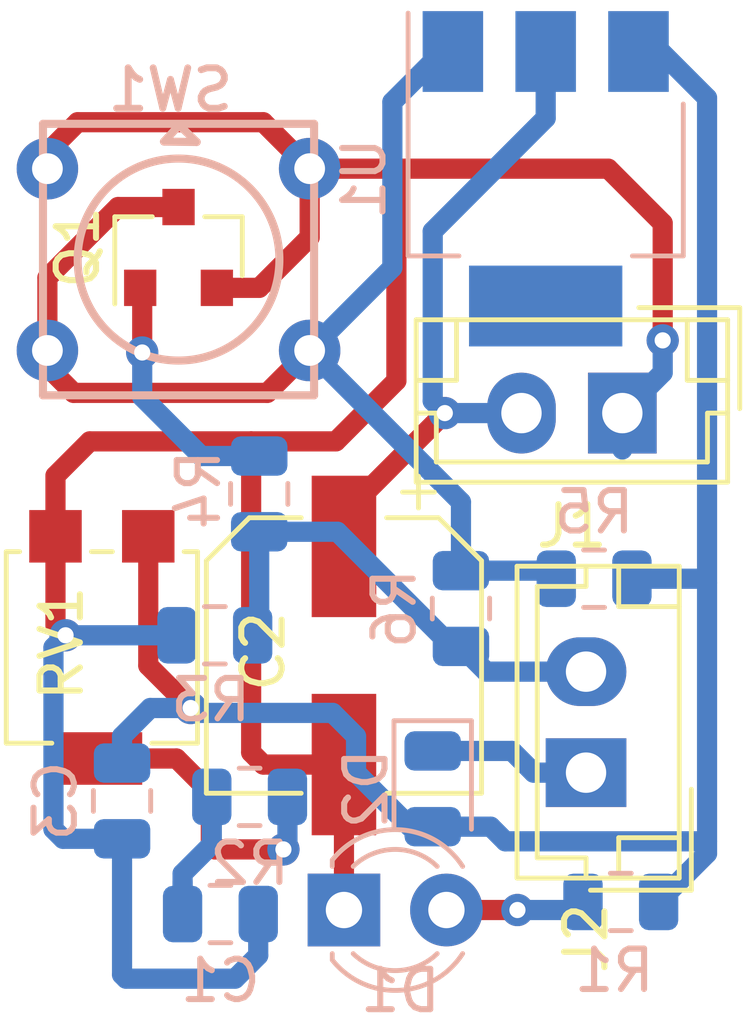
<source format=kicad_pcb>
(kicad_pcb (version 20171130) (host pcbnew "(5.0.0)")

  (general
    (thickness 1.6)
    (drawings 4)
    (tracks 126)
    (zones 0)
    (modules 17)
    (nets 11)
  )

  (page A4)
  (layers
    (0 F.Cu signal)
    (31 B.Cu signal)
    (32 B.Adhes user hide)
    (33 F.Adhes user hide)
    (34 B.Paste user hide)
    (35 F.Paste user hide)
    (36 B.SilkS user)
    (37 F.SilkS user hide)
    (38 B.Mask user hide)
    (39 F.Mask user hide)
    (40 Dwgs.User user hide)
    (41 Cmts.User user hide)
    (42 Eco1.User user hide)
    (43 Eco2.User user hide)
    (44 Edge.Cuts user hide)
    (45 Margin user hide)
    (46 B.CrtYd user hide)
    (47 F.CrtYd user hide)
    (48 B.Fab user hide)
    (49 F.Fab user hide)
  )

  (setup
    (last_trace_width 0.5)
    (trace_clearance 0.2)
    (zone_clearance 0.508)
    (zone_45_only no)
    (trace_min 0.2)
    (segment_width 0.2)
    (edge_width 0.15)
    (via_size 0.8)
    (via_drill 0.4)
    (via_min_size 0.4)
    (via_min_drill 0.3)
    (uvia_size 0.3)
    (uvia_drill 0.1)
    (uvias_allowed no)
    (uvia_min_size 0.2)
    (uvia_min_drill 0.1)
    (pcb_text_width 0.3)
    (pcb_text_size 1.5 1.5)
    (mod_edge_width 0.15)
    (mod_text_size 1 1)
    (mod_text_width 0.15)
    (pad_size 1.524 1.524)
    (pad_drill 0.762)
    (pad_to_mask_clearance 0.2)
    (aux_axis_origin 0 0)
    (visible_elements 7FFFFFFF)
    (pcbplotparams
      (layerselection 0x010fc_ffffffff)
      (usegerberextensions false)
      (usegerberattributes false)
      (usegerberadvancedattributes false)
      (creategerberjobfile false)
      (excludeedgelayer true)
      (linewidth 0.100000)
      (plotframeref false)
      (viasonmask false)
      (mode 1)
      (useauxorigin false)
      (hpglpennumber 1)
      (hpglpenspeed 20)
      (hpglpendiameter 15.000000)
      (psnegative false)
      (psa4output false)
      (plotreference true)
      (plotvalue true)
      (plotinvisibletext false)
      (padsonsilk false)
      (subtractmaskfromsilk false)
      (outputformat 1)
      (mirror false)
      (drillshape 1)
      (scaleselection 1)
      (outputdirectory ""))
  )

  (net 0 "")
  (net 1 "Net-(C1-Pad1)")
  (net 2 GND)
  (net 3 "Net-(C2-Pad1)")
  (net 4 "Net-(C3-Pad1)")
  (net 5 "Net-(D1-Pad2)")
  (net 6 "Net-(D2-Pad1)")
  (net 7 "Net-(J2-Pad2)")
  (net 8 "Net-(Q1-Pad1)")
  (net 9 "Net-(Q1-Pad3)")
  (net 10 "Net-(R2-Pad2)")

  (net_class Default "Esta es la clase de red por defecto."
    (clearance 0.2)
    (trace_width 0.5)
    (via_dia 0.8)
    (via_drill 0.4)
    (uvia_dia 0.3)
    (uvia_drill 0.1)
    (add_net GND)
    (add_net "Net-(C1-Pad1)")
    (add_net "Net-(C2-Pad1)")
    (add_net "Net-(C3-Pad1)")
    (add_net "Net-(D1-Pad2)")
    (add_net "Net-(D2-Pad1)")
    (add_net "Net-(J2-Pad2)")
    (add_net "Net-(Q1-Pad1)")
    (add_net "Net-(Q1-Pad3)")
    (add_net "Net-(R2-Pad2)")
  )

  (module Potentiometer_SMD:Potentiometer_Bourns_3314G_Vertical (layer F.Cu) (tedit 5A81E1D7) (tstamp 5BCD3D2F)
    (at 112.6 108.7)
    (descr "Potentiometer, vertical, Bourns 3314G, http://www.bourns.com/docs/Product-Datasheets/3314.pdf")
    (tags "Potentiometer vertical Bourns 3314G")
    (path /5BB536BE)
    (attr smd)
    (fp_text reference RV1 (at -1 -0.1 90) (layer F.SilkS)
      (effects (font (size 1 1) (thickness 0.15)))
    )
    (fp_text value R_POT (at 0 4.65) (layer F.Fab)
      (effects (font (size 1 1) (thickness 0.15)))
    )
    (fp_circle (center 0 0) (end 1 0) (layer F.Fab) (width 0.1))
    (fp_line (start -2.25 -2.25) (end -2.25 2.25) (layer F.Fab) (width 0.1))
    (fp_line (start -2.25 2.25) (end 2.25 2.25) (layer F.Fab) (width 0.1))
    (fp_line (start 2.25 2.25) (end 2.25 -2.25) (layer F.Fab) (width 0.1))
    (fp_line (start 2.25 -2.25) (end -2.25 -2.25) (layer F.Fab) (width 0.1))
    (fp_line (start 0 0.99) (end 0.001 -0.989) (layer F.Fab) (width 0.1))
    (fp_line (start 0 0.99) (end 0.001 -0.989) (layer F.Fab) (width 0.1))
    (fp_line (start 2.04 -2.37) (end 2.37 -2.37) (layer F.SilkS) (width 0.12))
    (fp_line (start -2.37 -2.37) (end -2.039 -2.37) (layer F.SilkS) (width 0.12))
    (fp_line (start -0.259 -2.37) (end 0.26 -2.37) (layer F.SilkS) (width 0.12))
    (fp_line (start -2.37 2.37) (end -1.24 2.37) (layer F.SilkS) (width 0.12))
    (fp_line (start 1.24 2.37) (end 2.37 2.37) (layer F.SilkS) (width 0.12))
    (fp_line (start -2.37 -2.37) (end -2.37 2.37) (layer F.SilkS) (width 0.12))
    (fp_line (start 2.37 -2.37) (end 2.37 2.37) (layer F.SilkS) (width 0.12))
    (fp_line (start -2.5 -3.65) (end -2.5 3.65) (layer F.CrtYd) (width 0.05))
    (fp_line (start -2.5 3.65) (end 2.5 3.65) (layer F.CrtYd) (width 0.05))
    (fp_line (start 2.5 3.65) (end 2.5 -3.65) (layer F.CrtYd) (width 0.05))
    (fp_line (start 2.5 -3.65) (end -2.5 -3.65) (layer F.CrtYd) (width 0.05))
    (fp_text user %R (at 0 -1.7) (layer F.Fab)
      (effects (font (size 0.63 0.63) (thickness 0.15)))
    )
    (pad 1 smd rect (at 1.15 -2.75) (size 1.3 1.3) (layers F.Cu F.Paste F.Mask)
      (net 4 "Net-(C3-Pad1)"))
    (pad 2 smd rect (at 0 2.75) (size 2 1.3) (layers F.Cu F.Paste F.Mask)
      (net 10 "Net-(R2-Pad2)"))
    (pad 3 smd rect (at -1.15 -2.75) (size 1.3 1.3) (layers F.Cu F.Paste F.Mask)
      (net 2 GND))
    (model ${KISYS3DMOD}/Potentiometer_SMD.3dshapes/Potentiometer_Bourns_3314G_Vertical.wrl
      (at (xyz 0 0 0))
      (scale (xyz 1 1 1))
      (rotate (xyz 0 0 0))
    )
  )

  (module Capacitor_SMD:CP_Elec_6.3x7.7 (layer F.Cu) (tedit 5A841F9D) (tstamp 5BCD3C1B)
    (at 118.6 108.9 270)
    (descr "SMT capacitor, aluminium electrolytic, 6.3x7.7, Nichicon ")
    (tags "Capacitor Electrolytic")
    (path /5BB5248D)
    (attr smd)
    (fp_text reference C2 (at -0.1 2 270) (layer F.SilkS)
      (effects (font (size 1 1) (thickness 0.15)))
    )
    (fp_text value CP (at 0 4.35 270) (layer F.Fab)
      (effects (font (size 1 1) (thickness 0.15)))
    )
    (fp_circle (center 0 0) (end 3.15 0) (layer F.Fab) (width 0.1))
    (fp_line (start 3.3 -3.3) (end 3.3 3.3) (layer F.Fab) (width 0.1))
    (fp_line (start -2.3 -3.3) (end 3.3 -3.3) (layer F.Fab) (width 0.1))
    (fp_line (start -2.3 3.3) (end 3.3 3.3) (layer F.Fab) (width 0.1))
    (fp_line (start -3.3 -2.3) (end -3.3 2.3) (layer F.Fab) (width 0.1))
    (fp_line (start -3.3 -2.3) (end -2.3 -3.3) (layer F.Fab) (width 0.1))
    (fp_line (start -3.3 2.3) (end -2.3 3.3) (layer F.Fab) (width 0.1))
    (fp_line (start -2.704838 -1.33) (end -2.074838 -1.33) (layer F.Fab) (width 0.1))
    (fp_line (start -2.389838 -1.645) (end -2.389838 -1.015) (layer F.Fab) (width 0.1))
    (fp_line (start 3.41 3.41) (end 3.41 1.06) (layer F.SilkS) (width 0.12))
    (fp_line (start 3.41 -3.41) (end 3.41 -1.06) (layer F.SilkS) (width 0.12))
    (fp_line (start -2.345563 -3.41) (end 3.41 -3.41) (layer F.SilkS) (width 0.12))
    (fp_line (start -2.345563 3.41) (end 3.41 3.41) (layer F.SilkS) (width 0.12))
    (fp_line (start -3.41 2.345563) (end -3.41 1.06) (layer F.SilkS) (width 0.12))
    (fp_line (start -3.41 -2.345563) (end -3.41 -1.06) (layer F.SilkS) (width 0.12))
    (fp_line (start -3.41 -2.345563) (end -2.345563 -3.41) (layer F.SilkS) (width 0.12))
    (fp_line (start -3.41 2.345563) (end -2.345563 3.41) (layer F.SilkS) (width 0.12))
    (fp_line (start -4.4375 -1.8475) (end -3.65 -1.8475) (layer F.SilkS) (width 0.12))
    (fp_line (start -4.04375 -2.24125) (end -4.04375 -1.45375) (layer F.SilkS) (width 0.12))
    (fp_line (start 3.55 -3.55) (end 3.55 -1.05) (layer F.CrtYd) (width 0.05))
    (fp_line (start 3.55 -1.05) (end 4.7 -1.05) (layer F.CrtYd) (width 0.05))
    (fp_line (start 4.7 -1.05) (end 4.7 1.05) (layer F.CrtYd) (width 0.05))
    (fp_line (start 4.7 1.05) (end 3.55 1.05) (layer F.CrtYd) (width 0.05))
    (fp_line (start 3.55 1.05) (end 3.55 3.55) (layer F.CrtYd) (width 0.05))
    (fp_line (start -2.4 3.55) (end 3.55 3.55) (layer F.CrtYd) (width 0.05))
    (fp_line (start -2.4 -3.55) (end 3.55 -3.55) (layer F.CrtYd) (width 0.05))
    (fp_line (start -3.55 2.4) (end -2.4 3.55) (layer F.CrtYd) (width 0.05))
    (fp_line (start -3.55 -2.4) (end -2.4 -3.55) (layer F.CrtYd) (width 0.05))
    (fp_line (start -3.55 -2.4) (end -3.55 -1.05) (layer F.CrtYd) (width 0.05))
    (fp_line (start -3.55 1.05) (end -3.55 2.4) (layer F.CrtYd) (width 0.05))
    (fp_line (start -3.55 -1.05) (end -4.7 -1.05) (layer F.CrtYd) (width 0.05))
    (fp_line (start -4.7 -1.05) (end -4.7 1.05) (layer F.CrtYd) (width 0.05))
    (fp_line (start -4.7 1.05) (end -3.55 1.05) (layer F.CrtYd) (width 0.05))
    (fp_text user %R (at 0 0 270) (layer F.Fab)
      (effects (font (size 1 1) (thickness 0.15)))
    )
    (pad 1 smd rect (at -2.7 0 270) (size 3.5 1.6) (layers F.Cu F.Paste F.Mask)
      (net 3 "Net-(C2-Pad1)"))
    (pad 2 smd rect (at 2.7 0 270) (size 3.5 1.6) (layers F.Cu F.Paste F.Mask)
      (net 2 GND))
    (model ${KISYS3DMOD}/Capacitor_SMD.3dshapes/CP_Elec_6.3x7.7.wrl
      (at (xyz 0 0 0))
      (scale (xyz 1 1 1))
      (rotate (xyz 0 0 0))
    )
  )

  (module Connector_JST:JST_EH_B02B-EH-A_1x02_P2.50mm_Vertical (layer F.Cu) (tedit 5A0EB040) (tstamp 5BCD5984)
    (at 125.5 102.9 180)
    (descr "JST EH series connector, B02B-EH-A (http://www.jst-mfg.com/product/pdf/eng/eEH.pdf), generated with kicad-footprint-generator")
    (tags "connector JST EH side entry")
    (path /5BB57F94)
    (fp_text reference J1 (at 1.25 -2.8 180) (layer F.SilkS)
      (effects (font (size 1 1) (thickness 0.15)))
    )
    (fp_text value Conn_01x02_Female (at -1.2 3.9 180) (layer F.Fab)
      (effects (font (size 1 1) (thickness 0.15)))
    )
    (fp_text user %R (at 1.25 1.5 180) (layer F.Fab)
      (effects (font (size 1 1) (thickness 0.15)))
    )
    (fp_line (start -2.91 2.61) (end -0.41 2.61) (layer F.Fab) (width 0.1))
    (fp_line (start -2.91 0.11) (end -2.91 2.61) (layer F.Fab) (width 0.1))
    (fp_line (start -2.91 2.61) (end -0.41 2.61) (layer F.SilkS) (width 0.12))
    (fp_line (start -2.91 0.11) (end -2.91 2.61) (layer F.SilkS) (width 0.12))
    (fp_line (start 4.11 0.81) (end 4.11 2.31) (layer F.SilkS) (width 0.12))
    (fp_line (start 5.11 0.81) (end 4.11 0.81) (layer F.SilkS) (width 0.12))
    (fp_line (start -1.61 0.81) (end -1.61 2.31) (layer F.SilkS) (width 0.12))
    (fp_line (start -2.61 0.81) (end -1.61 0.81) (layer F.SilkS) (width 0.12))
    (fp_line (start 4.61 0) (end 5.11 0) (layer F.SilkS) (width 0.12))
    (fp_line (start 4.61 -1.21) (end 4.61 0) (layer F.SilkS) (width 0.12))
    (fp_line (start -2.11 -1.21) (end 4.61 -1.21) (layer F.SilkS) (width 0.12))
    (fp_line (start -2.11 0) (end -2.11 -1.21) (layer F.SilkS) (width 0.12))
    (fp_line (start -2.61 0) (end -2.11 0) (layer F.SilkS) (width 0.12))
    (fp_line (start 5.11 -1.71) (end -2.61 -1.71) (layer F.SilkS) (width 0.12))
    (fp_line (start 5.11 2.31) (end 5.11 -1.71) (layer F.SilkS) (width 0.12))
    (fp_line (start -2.61 2.31) (end 5.11 2.31) (layer F.SilkS) (width 0.12))
    (fp_line (start -2.61 -1.71) (end -2.61 2.31) (layer F.SilkS) (width 0.12))
    (fp_line (start 5.5 -2.1) (end -3 -2.1) (layer F.CrtYd) (width 0.05))
    (fp_line (start 5.5 2.7) (end 5.5 -2.1) (layer F.CrtYd) (width 0.05))
    (fp_line (start -3 2.7) (end 5.5 2.7) (layer F.CrtYd) (width 0.05))
    (fp_line (start -3 -2.1) (end -3 2.7) (layer F.CrtYd) (width 0.05))
    (fp_line (start 5 -1.6) (end -2.5 -1.6) (layer F.Fab) (width 0.1))
    (fp_line (start 5 2.2) (end 5 -1.6) (layer F.Fab) (width 0.1))
    (fp_line (start -2.5 2.2) (end 5 2.2) (layer F.Fab) (width 0.1))
    (fp_line (start -2.5 -1.6) (end -2.5 2.2) (layer F.Fab) (width 0.1))
    (pad 2 thru_hole oval (at 2.5 0 180) (size 1.7 2) (drill 1) (layers *.Cu *.Mask)
      (net 3 "Net-(C2-Pad1)"))
    (pad 1 thru_hole rect (at 0 0 180) (size 1.7 2) (drill 1) (layers *.Cu *.Mask)
      (net 2 GND))
    (model ${KISYS3DMOD}/Connector_JST.3dshapes/JST_EH_B02B-EH-A_1x02_P2.50mm_Vertical.wrl
      (at (xyz 0 0 0))
      (scale (xyz 1 1 1))
      (rotate (xyz 0 0 0))
    )
  )

  (module Connector_JST:JST_EH_B02B-EH-A_1x02_P2.50mm_Vertical (layer F.Cu) (tedit 5A0EB040) (tstamp 5BCD5965)
    (at 124.6 111.8 90)
    (descr "JST EH series connector, B02B-EH-A (http://www.jst-mfg.com/product/pdf/eng/eEH.pdf), generated with kicad-footprint-generator")
    (tags "connector JST EH side entry")
    (path /5BB57E9F)
    (fp_text reference J2 (at -4.1 0 90) (layer F.SilkS)
      (effects (font (size 1 1) (thickness 0.15)))
    )
    (fp_text value Conn_01x02_Female (at 1.25 3.4 90) (layer F.Fab)
      (effects (font (size 1 1) (thickness 0.15)))
    )
    (fp_line (start -2.5 -1.6) (end -2.5 2.2) (layer F.Fab) (width 0.1))
    (fp_line (start -2.5 2.2) (end 5 2.2) (layer F.Fab) (width 0.1))
    (fp_line (start 5 2.2) (end 5 -1.6) (layer F.Fab) (width 0.1))
    (fp_line (start 5 -1.6) (end -2.5 -1.6) (layer F.Fab) (width 0.1))
    (fp_line (start -3 -2.1) (end -3 2.7) (layer F.CrtYd) (width 0.05))
    (fp_line (start -3 2.7) (end 5.5 2.7) (layer F.CrtYd) (width 0.05))
    (fp_line (start 5.5 2.7) (end 5.5 -2.1) (layer F.CrtYd) (width 0.05))
    (fp_line (start 5.5 -2.1) (end -3 -2.1) (layer F.CrtYd) (width 0.05))
    (fp_line (start -2.61 -1.71) (end -2.61 2.31) (layer F.SilkS) (width 0.12))
    (fp_line (start -2.61 2.31) (end 5.11 2.31) (layer F.SilkS) (width 0.12))
    (fp_line (start 5.11 2.31) (end 5.11 -1.71) (layer F.SilkS) (width 0.12))
    (fp_line (start 5.11 -1.71) (end -2.61 -1.71) (layer F.SilkS) (width 0.12))
    (fp_line (start -2.61 0) (end -2.11 0) (layer F.SilkS) (width 0.12))
    (fp_line (start -2.11 0) (end -2.11 -1.21) (layer F.SilkS) (width 0.12))
    (fp_line (start -2.11 -1.21) (end 4.61 -1.21) (layer F.SilkS) (width 0.12))
    (fp_line (start 4.61 -1.21) (end 4.61 0) (layer F.SilkS) (width 0.12))
    (fp_line (start 4.61 0) (end 5.11 0) (layer F.SilkS) (width 0.12))
    (fp_line (start -2.61 0.81) (end -1.61 0.81) (layer F.SilkS) (width 0.12))
    (fp_line (start -1.61 0.81) (end -1.61 2.31) (layer F.SilkS) (width 0.12))
    (fp_line (start 5.11 0.81) (end 4.11 0.81) (layer F.SilkS) (width 0.12))
    (fp_line (start 4.11 0.81) (end 4.11 2.31) (layer F.SilkS) (width 0.12))
    (fp_line (start -2.91 0.11) (end -2.91 2.61) (layer F.SilkS) (width 0.12))
    (fp_line (start -2.91 2.61) (end -0.41 2.61) (layer F.SilkS) (width 0.12))
    (fp_line (start -2.91 0.11) (end -2.91 2.61) (layer F.Fab) (width 0.1))
    (fp_line (start -2.91 2.61) (end -0.41 2.61) (layer F.Fab) (width 0.1))
    (fp_text user %R (at 1.5 1.3 90) (layer F.Fab)
      (effects (font (size 1 1) (thickness 0.15)))
    )
    (pad 1 thru_hole rect (at 0 0 90) (size 1.7 2) (drill 1) (layers *.Cu *.Mask)
      (net 6 "Net-(D2-Pad1)"))
    (pad 2 thru_hole oval (at 2.5 0 90) (size 1.7 2) (drill 1) (layers *.Cu *.Mask)
      (net 7 "Net-(J2-Pad2)"))
    (model ${KISYS3DMOD}/Connector_JST.3dshapes/JST_EH_B02B-EH-A_1x02_P2.50mm_Vertical.wrl
      (at (xyz 0 0 0))
      (scale (xyz 1 1 1))
      (rotate (xyz 0 0 0))
    )
  )

  (module Capacitor_SMD:C_0805_2012Metric (layer B.Cu) (tedit 5B36C52B) (tstamp 5BCD3BF3)
    (at 115.538 115.3)
    (descr "Capacitor SMD 0805 (2012 Metric), square (rectangular) end terminal, IPC_7351 nominal, (Body size source: https://docs.google.com/spreadsheets/d/1BsfQQcO9C6DZCsRaXUlFlo91Tg2WpOkGARC1WS5S8t0/edit?usp=sharing), generated with kicad-footprint-generator")
    (tags capacitor)
    (path /5BB50EC4)
    (attr smd)
    (fp_text reference C1 (at 0 1.65) (layer B.SilkS)
      (effects (font (size 1 1) (thickness 0.15)) (justify mirror))
    )
    (fp_text value C (at 0 -1.65) (layer B.Fab)
      (effects (font (size 1 1) (thickness 0.15)) (justify mirror))
    )
    (fp_line (start -1 -0.6) (end -1 0.6) (layer B.Fab) (width 0.1))
    (fp_line (start -1 0.6) (end 1 0.6) (layer B.Fab) (width 0.1))
    (fp_line (start 1 0.6) (end 1 -0.6) (layer B.Fab) (width 0.1))
    (fp_line (start 1 -0.6) (end -1 -0.6) (layer B.Fab) (width 0.1))
    (fp_line (start -0.258578 0.71) (end 0.258578 0.71) (layer B.SilkS) (width 0.12))
    (fp_line (start -0.258578 -0.71) (end 0.258578 -0.71) (layer B.SilkS) (width 0.12))
    (fp_line (start -1.68 -0.95) (end -1.68 0.95) (layer B.CrtYd) (width 0.05))
    (fp_line (start -1.68 0.95) (end 1.68 0.95) (layer B.CrtYd) (width 0.05))
    (fp_line (start 1.68 0.95) (end 1.68 -0.95) (layer B.CrtYd) (width 0.05))
    (fp_line (start 1.68 -0.95) (end -1.68 -0.95) (layer B.CrtYd) (width 0.05))
    (fp_text user %R (at 0 0) (layer B.Fab)
      (effects (font (size 0.5 0.5) (thickness 0.08)) (justify mirror))
    )
    (pad 1 smd roundrect (at -0.9375 0) (size 0.975 1.4) (layers B.Cu B.Paste B.Mask) (roundrect_rratio 0.25)
      (net 1 "Net-(C1-Pad1)"))
    (pad 2 smd roundrect (at 0.9375 0) (size 0.975 1.4) (layers B.Cu B.Paste B.Mask) (roundrect_rratio 0.25)
      (net 2 GND))
    (model ${KISYS3DMOD}/Capacitor_SMD.3dshapes/C_0805_2012Metric.wrl
      (at (xyz 0 0 0))
      (scale (xyz 1 1 1))
      (rotate (xyz 0 0 0))
    )
  )

  (module Capacitor_SMD:C_0805_2012Metric (layer B.Cu) (tedit 5B36C52B) (tstamp 5BCD3C2C)
    (at 113.1 112.5 270)
    (descr "Capacitor SMD 0805 (2012 Metric), square (rectangular) end terminal, IPC_7351 nominal, (Body size source: https://docs.google.com/spreadsheets/d/1BsfQQcO9C6DZCsRaXUlFlo91Tg2WpOkGARC1WS5S8t0/edit?usp=sharing), generated with kicad-footprint-generator")
    (tags capacitor)
    (path /5BB50E1F)
    (attr smd)
    (fp_text reference C3 (at 0 1.65 270) (layer B.SilkS)
      (effects (font (size 1 1) (thickness 0.15)) (justify mirror))
    )
    (fp_text value C (at 0 -1.65 270) (layer B.Fab)
      (effects (font (size 1 1) (thickness 0.15)) (justify mirror))
    )
    (fp_text user %R (at 0.1 0.2 270) (layer B.Fab)
      (effects (font (size 0.5 0.5) (thickness 0.08)) (justify mirror))
    )
    (fp_line (start 1.68 -0.95) (end -1.68 -0.95) (layer B.CrtYd) (width 0.05))
    (fp_line (start 1.68 0.95) (end 1.68 -0.95) (layer B.CrtYd) (width 0.05))
    (fp_line (start -1.68 0.95) (end 1.68 0.95) (layer B.CrtYd) (width 0.05))
    (fp_line (start -1.68 -0.95) (end -1.68 0.95) (layer B.CrtYd) (width 0.05))
    (fp_line (start -0.258578 -0.71) (end 0.258578 -0.71) (layer B.SilkS) (width 0.12))
    (fp_line (start -0.258578 0.71) (end 0.258578 0.71) (layer B.SilkS) (width 0.12))
    (fp_line (start 1 -0.6) (end -1 -0.6) (layer B.Fab) (width 0.1))
    (fp_line (start 1 0.6) (end 1 -0.6) (layer B.Fab) (width 0.1))
    (fp_line (start -1 0.6) (end 1 0.6) (layer B.Fab) (width 0.1))
    (fp_line (start -1 -0.6) (end -1 0.6) (layer B.Fab) (width 0.1))
    (pad 2 smd roundrect (at 0.9375 0 270) (size 0.975 1.4) (layers B.Cu B.Paste B.Mask) (roundrect_rratio 0.25)
      (net 2 GND))
    (pad 1 smd roundrect (at -0.9375 0 270) (size 0.975 1.4) (layers B.Cu B.Paste B.Mask) (roundrect_rratio 0.25)
      (net 4 "Net-(C3-Pad1)"))
    (model ${KISYS3DMOD}/Capacitor_SMD.3dshapes/C_0805_2012Metric.wrl
      (at (xyz 0 0 0))
      (scale (xyz 1 1 1))
      (rotate (xyz 0 0 0))
    )
  )

  (module LED_THT:LED_D3.0mm (layer B.Cu) (tedit 587A3A7B) (tstamp 5BCD3C3F)
    (at 118.6 115.2)
    (descr "LED, diameter 3.0mm, 2 pins")
    (tags "LED diameter 3.0mm 2 pins")
    (path /5BB521EE)
    (fp_text reference D1 (at 1.4 2) (layer B.SilkS)
      (effects (font (size 1 1) (thickness 0.15)) (justify mirror))
    )
    (fp_text value LED (at 1.27 -2.96) (layer B.Fab)
      (effects (font (size 1 1) (thickness 0.15)) (justify mirror))
    )
    (fp_arc (start 1.27 0) (end -0.23 1.16619) (angle -284.3) (layer B.Fab) (width 0.1))
    (fp_arc (start 1.27 0) (end -0.29 1.235516) (angle -108.8) (layer B.SilkS) (width 0.12))
    (fp_arc (start 1.27 0) (end -0.29 -1.235516) (angle 108.8) (layer B.SilkS) (width 0.12))
    (fp_arc (start 1.27 0) (end 0.229039 1.08) (angle -87.9) (layer B.SilkS) (width 0.12))
    (fp_arc (start 1.27 0) (end 0.229039 -1.08) (angle 87.9) (layer B.SilkS) (width 0.12))
    (fp_circle (center 1.27 0) (end 2.77 0) (layer B.Fab) (width 0.1))
    (fp_line (start -0.23 1.16619) (end -0.23 -1.16619) (layer B.Fab) (width 0.1))
    (fp_line (start -0.29 1.236) (end -0.29 1.08) (layer B.SilkS) (width 0.12))
    (fp_line (start -0.29 -1.08) (end -0.29 -1.236) (layer B.SilkS) (width 0.12))
    (fp_line (start -1.15 2.25) (end -1.15 -2.25) (layer B.CrtYd) (width 0.05))
    (fp_line (start -1.15 -2.25) (end 3.7 -2.25) (layer B.CrtYd) (width 0.05))
    (fp_line (start 3.7 -2.25) (end 3.7 2.25) (layer B.CrtYd) (width 0.05))
    (fp_line (start 3.7 2.25) (end -1.15 2.25) (layer B.CrtYd) (width 0.05))
    (pad 1 thru_hole rect (at 0 0) (size 1.8 1.8) (drill 0.9) (layers *.Cu *.Mask)
      (net 2 GND))
    (pad 2 thru_hole circle (at 2.54 0) (size 1.8 1.8) (drill 0.9) (layers *.Cu *.Mask)
      (net 5 "Net-(D1-Pad2)"))
    (model ${KISYS3DMOD}/LED_THT.3dshapes/LED_D3.0mm.wrl
      (at (xyz 0 0 0))
      (scale (xyz 1 1 1))
      (rotate (xyz 0 0 0))
    )
  )

  (module Diode_SMD:D_0805_2012Metric (layer B.Cu) (tedit 5B36C52B) (tstamp 5BCD3C52)
    (at 120.8 112.2 270)
    (descr "Diode SMD 0805 (2012 Metric), square (rectangular) end terminal, IPC_7351 nominal, (Body size source: https://docs.google.com/spreadsheets/d/1BsfQQcO9C6DZCsRaXUlFlo91Tg2WpOkGARC1WS5S8t0/edit?usp=sharing), generated with kicad-footprint-generator")
    (tags diode)
    (path /5BB5AE88)
    (attr smd)
    (fp_text reference D2 (at 0 1.65 270) (layer B.SilkS)
      (effects (font (size 1 1) (thickness 0.15)) (justify mirror))
    )
    (fp_text value 1N4001 (at 0 -1.65 270) (layer B.Fab)
      (effects (font (size 1 1) (thickness 0.15)) (justify mirror))
    )
    (fp_line (start 1 0.6) (end -0.7 0.6) (layer B.Fab) (width 0.1))
    (fp_line (start -0.7 0.6) (end -1 0.3) (layer B.Fab) (width 0.1))
    (fp_line (start -1 0.3) (end -1 -0.6) (layer B.Fab) (width 0.1))
    (fp_line (start -1 -0.6) (end 1 -0.6) (layer B.Fab) (width 0.1))
    (fp_line (start 1 -0.6) (end 1 0.6) (layer B.Fab) (width 0.1))
    (fp_line (start 1 0.96) (end -1.685 0.96) (layer B.SilkS) (width 0.12))
    (fp_line (start -1.685 0.96) (end -1.685 -0.96) (layer B.SilkS) (width 0.12))
    (fp_line (start -1.685 -0.96) (end 1 -0.96) (layer B.SilkS) (width 0.12))
    (fp_line (start -1.68 -0.95) (end -1.68 0.95) (layer B.CrtYd) (width 0.05))
    (fp_line (start -1.68 0.95) (end 1.68 0.95) (layer B.CrtYd) (width 0.05))
    (fp_line (start 1.68 0.95) (end 1.68 -0.95) (layer B.CrtYd) (width 0.05))
    (fp_line (start 1.68 -0.95) (end -1.68 -0.95) (layer B.CrtYd) (width 0.05))
    (fp_text user %R (at -0.138 0.3 270) (layer B.Fab)
      (effects (font (size 0.5 0.5) (thickness 0.08)) (justify mirror))
    )
    (pad 1 smd roundrect (at -0.9375 0 270) (size 0.975 1.4) (layers B.Cu B.Paste B.Mask) (roundrect_rratio 0.25)
      (net 6 "Net-(D2-Pad1)"))
    (pad 2 smd roundrect (at 0.9375 0 270) (size 0.975 1.4) (layers B.Cu B.Paste B.Mask) (roundrect_rratio 0.25)
      (net 4 "Net-(C3-Pad1)"))
    (model ${KISYS3DMOD}/Diode_SMD.3dshapes/D_0805_2012Metric.wrl
      (at (xyz 0 0 0))
      (scale (xyz 1 1 1))
      (rotate (xyz 0 0 0))
    )
  )

  (module Package_TO_SOT_SMD:SOT-23 (layer F.Cu) (tedit 5A02FF57) (tstamp 5BCD3CAF)
    (at 114.5 98.8 90)
    (descr "SOT-23, Standard")
    (tags SOT-23)
    (path /5BB50FCC)
    (attr smd)
    (fp_text reference Q1 (at 0 -2.5 90) (layer F.SilkS)
      (effects (font (size 1 1) (thickness 0.15)))
    )
    (fp_text value BC847 (at 0 2.5 90) (layer F.Fab)
      (effects (font (size 1 1) (thickness 0.15)))
    )
    (fp_text user %R (at -0.3 0.2 180) (layer F.Fab)
      (effects (font (size 0.5 0.5) (thickness 0.075)))
    )
    (fp_line (start -0.7 -0.95) (end -0.7 1.5) (layer F.Fab) (width 0.1))
    (fp_line (start -0.15 -1.52) (end 0.7 -1.52) (layer F.Fab) (width 0.1))
    (fp_line (start -0.7 -0.95) (end -0.15 -1.52) (layer F.Fab) (width 0.1))
    (fp_line (start 0.7 -1.52) (end 0.7 1.52) (layer F.Fab) (width 0.1))
    (fp_line (start -0.7 1.52) (end 0.7 1.52) (layer F.Fab) (width 0.1))
    (fp_line (start 0.76 1.58) (end 0.76 0.65) (layer F.SilkS) (width 0.12))
    (fp_line (start 0.76 -1.58) (end 0.76 -0.65) (layer F.SilkS) (width 0.12))
    (fp_line (start -1.7 -1.75) (end 1.7 -1.75) (layer F.CrtYd) (width 0.05))
    (fp_line (start 1.7 -1.75) (end 1.7 1.75) (layer F.CrtYd) (width 0.05))
    (fp_line (start 1.7 1.75) (end -1.7 1.75) (layer F.CrtYd) (width 0.05))
    (fp_line (start -1.7 1.75) (end -1.7 -1.75) (layer F.CrtYd) (width 0.05))
    (fp_line (start 0.76 -1.58) (end -1.4 -1.58) (layer F.SilkS) (width 0.12))
    (fp_line (start 0.76 1.58) (end -0.7 1.58) (layer F.SilkS) (width 0.12))
    (pad 1 smd rect (at -1 -0.95 90) (size 0.9 0.8) (layers F.Cu F.Paste F.Mask)
      (net 8 "Net-(Q1-Pad1)"))
    (pad 2 smd rect (at -1 0.95 90) (size 0.9 0.8) (layers F.Cu F.Paste F.Mask)
      (net 2 GND))
    (pad 3 smd rect (at 1 0 90) (size 0.9 0.8) (layers F.Cu F.Paste F.Mask)
      (net 9 "Net-(Q1-Pad3)"))
    (model ${KISYS3DMOD}/Package_TO_SOT_SMD.3dshapes/SOT-23.wrl
      (at (xyz 0 0 0))
      (scale (xyz 1 1 1))
      (rotate (xyz 0 0 0))
    )
  )

  (module Resistor_SMD:R_0805_2012Metric (layer B.Cu) (tedit 5B36C52B) (tstamp 5BCD3CC0)
    (at 125.462 115 180)
    (descr "Resistor SMD 0805 (2012 Metric), square (rectangular) end terminal, IPC_7351 nominal, (Body size source: https://docs.google.com/spreadsheets/d/1BsfQQcO9C6DZCsRaXUlFlo91Tg2WpOkGARC1WS5S8t0/edit?usp=sharing), generated with kicad-footprint-generator")
    (tags resistor)
    (path /5BB51187)
    (attr smd)
    (fp_text reference R1 (at 0.162 -1.7 180) (layer B.SilkS)
      (effects (font (size 1 1) (thickness 0.15)) (justify mirror))
    )
    (fp_text value R (at 0 -1.65 180) (layer B.Fab)
      (effects (font (size 1 1) (thickness 0.15)) (justify mirror))
    )
    (fp_text user %R (at 0.1375 0.2 180) (layer B.Fab)
      (effects (font (size 0.5 0.5) (thickness 0.08)) (justify mirror))
    )
    (fp_line (start 1.68 -0.95) (end -1.68 -0.95) (layer B.CrtYd) (width 0.05))
    (fp_line (start 1.68 0.95) (end 1.68 -0.95) (layer B.CrtYd) (width 0.05))
    (fp_line (start -1.68 0.95) (end 1.68 0.95) (layer B.CrtYd) (width 0.05))
    (fp_line (start -1.68 -0.95) (end -1.68 0.95) (layer B.CrtYd) (width 0.05))
    (fp_line (start -0.258578 -0.71) (end 0.258578 -0.71) (layer B.SilkS) (width 0.12))
    (fp_line (start -0.258578 0.71) (end 0.258578 0.71) (layer B.SilkS) (width 0.12))
    (fp_line (start 1 -0.6) (end -1 -0.6) (layer B.Fab) (width 0.1))
    (fp_line (start 1 0.6) (end 1 -0.6) (layer B.Fab) (width 0.1))
    (fp_line (start -1 0.6) (end 1 0.6) (layer B.Fab) (width 0.1))
    (fp_line (start -1 -0.6) (end -1 0.6) (layer B.Fab) (width 0.1))
    (pad 2 smd roundrect (at 0.9375 0 180) (size 0.975 1.4) (layers B.Cu B.Paste B.Mask) (roundrect_rratio 0.25)
      (net 5 "Net-(D1-Pad2)"))
    (pad 1 smd roundrect (at -0.9375 0 180) (size 0.975 1.4) (layers B.Cu B.Paste B.Mask) (roundrect_rratio 0.25)
      (net 4 "Net-(C3-Pad1)"))
    (model ${KISYS3DMOD}/Resistor_SMD.3dshapes/R_0805_2012Metric.wrl
      (at (xyz 0 0 0))
      (scale (xyz 1 1 1))
      (rotate (xyz 0 0 0))
    )
  )

  (module Resistor_SMD:R_0805_2012Metric (layer B.Cu) (tedit 5B36C52B) (tstamp 5BCD3CD1)
    (at 116.262 112.4)
    (descr "Resistor SMD 0805 (2012 Metric), square (rectangular) end terminal, IPC_7351 nominal, (Body size source: https://docs.google.com/spreadsheets/d/1BsfQQcO9C6DZCsRaXUlFlo91Tg2WpOkGARC1WS5S8t0/edit?usp=sharing), generated with kicad-footprint-generator")
    (tags resistor)
    (path /5BB511FE)
    (attr smd)
    (fp_text reference R2 (at 0 1.65) (layer B.SilkS)
      (effects (font (size 1 1) (thickness 0.15)) (justify mirror))
    )
    (fp_text value R (at 0 -1.65) (layer B.Fab)
      (effects (font (size 1 1) (thickness 0.15)) (justify mirror))
    )
    (fp_line (start -1 -0.6) (end -1 0.6) (layer B.Fab) (width 0.1))
    (fp_line (start -1 0.6) (end 1 0.6) (layer B.Fab) (width 0.1))
    (fp_line (start 1 0.6) (end 1 -0.6) (layer B.Fab) (width 0.1))
    (fp_line (start 1 -0.6) (end -1 -0.6) (layer B.Fab) (width 0.1))
    (fp_line (start -0.258578 0.71) (end 0.258578 0.71) (layer B.SilkS) (width 0.12))
    (fp_line (start -0.258578 -0.71) (end 0.258578 -0.71) (layer B.SilkS) (width 0.12))
    (fp_line (start -1.68 -0.95) (end -1.68 0.95) (layer B.CrtYd) (width 0.05))
    (fp_line (start -1.68 0.95) (end 1.68 0.95) (layer B.CrtYd) (width 0.05))
    (fp_line (start 1.68 0.95) (end 1.68 -0.95) (layer B.CrtYd) (width 0.05))
    (fp_line (start 1.68 -0.95) (end -1.68 -0.95) (layer B.CrtYd) (width 0.05))
    (fp_text user %R (at -0.4 -0.1) (layer B.Fab)
      (effects (font (size 0.5 0.5) (thickness 0.08)) (justify mirror))
    )
    (pad 1 smd roundrect (at -0.9375 0) (size 0.975 1.4) (layers B.Cu B.Paste B.Mask) (roundrect_rratio 0.25)
      (net 1 "Net-(C1-Pad1)"))
    (pad 2 smd roundrect (at 0.9375 0) (size 0.975 1.4) (layers B.Cu B.Paste B.Mask) (roundrect_rratio 0.25)
      (net 10 "Net-(R2-Pad2)"))
    (model ${KISYS3DMOD}/Resistor_SMD.3dshapes/R_0805_2012Metric.wrl
      (at (xyz 0 0 0))
      (scale (xyz 1 1 1))
      (rotate (xyz 0 0 0))
    )
  )

  (module Resistor_SMD:R_0805_2012Metric (layer B.Cu) (tedit 5B36C52B) (tstamp 5BCD3CE2)
    (at 115.4 108.4 180)
    (descr "Resistor SMD 0805 (2012 Metric), square (rectangular) end terminal, IPC_7351 nominal, (Body size source: https://docs.google.com/spreadsheets/d/1BsfQQcO9C6DZCsRaXUlFlo91Tg2WpOkGARC1WS5S8t0/edit?usp=sharing), generated with kicad-footprint-generator")
    (tags resistor)
    (path /5BB51124)
    (attr smd)
    (fp_text reference R3 (at 0.1 -1.6 180) (layer B.SilkS)
      (effects (font (size 1 1) (thickness 0.15)) (justify mirror))
    )
    (fp_text value R (at 0 -1.65 180) (layer B.Fab)
      (effects (font (size 1 1) (thickness 0.15)) (justify mirror))
    )
    (fp_line (start -1 -0.6) (end -1 0.6) (layer B.Fab) (width 0.1))
    (fp_line (start -1 0.6) (end 1 0.6) (layer B.Fab) (width 0.1))
    (fp_line (start 1 0.6) (end 1 -0.6) (layer B.Fab) (width 0.1))
    (fp_line (start 1 -0.6) (end -1 -0.6) (layer B.Fab) (width 0.1))
    (fp_line (start -0.258578 0.71) (end 0.258578 0.71) (layer B.SilkS) (width 0.12))
    (fp_line (start -0.258578 -0.71) (end 0.258578 -0.71) (layer B.SilkS) (width 0.12))
    (fp_line (start -1.68 -0.95) (end -1.68 0.95) (layer B.CrtYd) (width 0.05))
    (fp_line (start -1.68 0.95) (end 1.68 0.95) (layer B.CrtYd) (width 0.05))
    (fp_line (start 1.68 0.95) (end 1.68 -0.95) (layer B.CrtYd) (width 0.05))
    (fp_line (start 1.68 -0.95) (end -1.68 -0.95) (layer B.CrtYd) (width 0.05))
    (fp_text user %R (at 0.1 -0.1 180) (layer B.Fab)
      (effects (font (size 0.5 0.5) (thickness 0.08)) (justify mirror))
    )
    (pad 1 smd roundrect (at -0.9375 0 180) (size 0.975 1.4) (layers B.Cu B.Paste B.Mask) (roundrect_rratio 0.25)
      (net 7 "Net-(J2-Pad2)"))
    (pad 2 smd roundrect (at 0.9375 0 180) (size 0.975 1.4) (layers B.Cu B.Paste B.Mask) (roundrect_rratio 0.25)
      (net 2 GND))
    (model ${KISYS3DMOD}/Resistor_SMD.3dshapes/R_0805_2012Metric.wrl
      (at (xyz 0 0 0))
      (scale (xyz 1 1 1))
      (rotate (xyz 0 0 0))
    )
  )

  (module Resistor_SMD:R_0805_2012Metric (layer B.Cu) (tedit 5B36C52B) (tstamp 5BCD3CF3)
    (at 116.5 104.9 270)
    (descr "Resistor SMD 0805 (2012 Metric), square (rectangular) end terminal, IPC_7351 nominal, (Body size source: https://docs.google.com/spreadsheets/d/1BsfQQcO9C6DZCsRaXUlFlo91Tg2WpOkGARC1WS5S8t0/edit?usp=sharing), generated with kicad-footprint-generator")
    (tags resistor)
    (path /5BB51267)
    (attr smd)
    (fp_text reference R4 (at -0.1 1.5 270) (layer B.SilkS)
      (effects (font (size 1 1) (thickness 0.15)) (justify mirror))
    )
    (fp_text value R (at 0 -1.65 270) (layer B.Fab)
      (effects (font (size 1 1) (thickness 0.15)) (justify mirror))
    )
    (fp_text user %R (at 0.1 -2.5 270) (layer B.Fab)
      (effects (font (size 0.5 0.5) (thickness 0.08)) (justify mirror))
    )
    (fp_line (start 1.68 -0.95) (end -1.68 -0.95) (layer B.CrtYd) (width 0.05))
    (fp_line (start 1.68 0.95) (end 1.68 -0.95) (layer B.CrtYd) (width 0.05))
    (fp_line (start -1.68 0.95) (end 1.68 0.95) (layer B.CrtYd) (width 0.05))
    (fp_line (start -1.68 -0.95) (end -1.68 0.95) (layer B.CrtYd) (width 0.05))
    (fp_line (start -0.258578 -0.71) (end 0.258578 -0.71) (layer B.SilkS) (width 0.12))
    (fp_line (start -0.258578 0.71) (end 0.258578 0.71) (layer B.SilkS) (width 0.12))
    (fp_line (start 1 -0.6) (end -1 -0.6) (layer B.Fab) (width 0.1))
    (fp_line (start 1 0.6) (end 1 -0.6) (layer B.Fab) (width 0.1))
    (fp_line (start -1 0.6) (end 1 0.6) (layer B.Fab) (width 0.1))
    (fp_line (start -1 -0.6) (end -1 0.6) (layer B.Fab) (width 0.1))
    (pad 2 smd roundrect (at 0.9375 0 270) (size 0.975 1.4) (layers B.Cu B.Paste B.Mask) (roundrect_rratio 0.25)
      (net 7 "Net-(J2-Pad2)"))
    (pad 1 smd roundrect (at -0.9375 0 270) (size 0.975 1.4) (layers B.Cu B.Paste B.Mask) (roundrect_rratio 0.25)
      (net 8 "Net-(Q1-Pad1)"))
    (model ${KISYS3DMOD}/Resistor_SMD.3dshapes/R_0805_2012Metric.wrl
      (at (xyz 0 0 0))
      (scale (xyz 1 1 1))
      (rotate (xyz 0 0 0))
    )
  )

  (module Resistor_SMD:R_0805_2012Metric (layer B.Cu) (tedit 5B36C52B) (tstamp 5BCD3D04)
    (at 124.8 107 180)
    (descr "Resistor SMD 0805 (2012 Metric), square (rectangular) end terminal, IPC_7351 nominal, (Body size source: https://docs.google.com/spreadsheets/d/1BsfQQcO9C6DZCsRaXUlFlo91Tg2WpOkGARC1WS5S8t0/edit?usp=sharing), generated with kicad-footprint-generator")
    (tags resistor)
    (path /5BB5105E)
    (attr smd)
    (fp_text reference R5 (at 0 1.65 180) (layer B.SilkS)
      (effects (font (size 1 1) (thickness 0.15)) (justify mirror))
    )
    (fp_text value R (at 0 -1.65 180) (layer B.Fab)
      (effects (font (size 1 1) (thickness 0.15)) (justify mirror))
    )
    (fp_line (start -1 -0.6) (end -1 0.6) (layer B.Fab) (width 0.1))
    (fp_line (start -1 0.6) (end 1 0.6) (layer B.Fab) (width 0.1))
    (fp_line (start 1 0.6) (end 1 -0.6) (layer B.Fab) (width 0.1))
    (fp_line (start 1 -0.6) (end -1 -0.6) (layer B.Fab) (width 0.1))
    (fp_line (start -0.258578 0.71) (end 0.258578 0.71) (layer B.SilkS) (width 0.12))
    (fp_line (start -0.258578 -0.71) (end 0.258578 -0.71) (layer B.SilkS) (width 0.12))
    (fp_line (start -1.68 -0.95) (end -1.68 0.95) (layer B.CrtYd) (width 0.05))
    (fp_line (start -1.68 0.95) (end 1.68 0.95) (layer B.CrtYd) (width 0.05))
    (fp_line (start 1.68 0.95) (end 1.68 -0.95) (layer B.CrtYd) (width 0.05))
    (fp_line (start 1.68 -0.95) (end -1.68 -0.95) (layer B.CrtYd) (width 0.05))
    (fp_text user %R (at 0 0 180) (layer B.Fab)
      (effects (font (size 0.5 0.5) (thickness 0.08)) (justify mirror))
    )
    (pad 1 smd roundrect (at -0.9375 0 180) (size 0.975 1.4) (layers B.Cu B.Paste B.Mask) (roundrect_rratio 0.25)
      (net 4 "Net-(C3-Pad1)"))
    (pad 2 smd roundrect (at 0.9375 0 180) (size 0.975 1.4) (layers B.Cu B.Paste B.Mask) (roundrect_rratio 0.25)
      (net 9 "Net-(Q1-Pad3)"))
    (model ${KISYS3DMOD}/Resistor_SMD.3dshapes/R_0805_2012Metric.wrl
      (at (xyz 0 0 0))
      (scale (xyz 1 1 1))
      (rotate (xyz 0 0 0))
    )
  )

  (module Resistor_SMD:R_0805_2012Metric (layer B.Cu) (tedit 5BB51805) (tstamp 5BCD3D15)
    (at 121.5 107.738 270)
    (descr "Resistor SMD 0805 (2012 Metric), square (rectangular) end terminal, IPC_7351 nominal, (Body size source: https://docs.google.com/spreadsheets/d/1BsfQQcO9C6DZCsRaXUlFlo91Tg2WpOkGARC1WS5S8t0/edit?usp=sharing), generated with kicad-footprint-generator")
    (tags resistor)
    (path /5BB510C1)
    (attr smd)
    (fp_text reference R6 (at 0 1.65 90) (layer B.SilkS)
      (effects (font (size 1 1) (thickness 0.15)) (justify mirror))
    )
    (fp_text value R (at 0 -1.65 270) (layer B.Fab)
      (effects (font (size 1 1) (thickness 0.15)) (justify mirror))
    )
    (fp_text user %R (at -0.105001 -0.3 270) (layer B.Fab)
      (effects (font (size 0.5 0.5) (thickness 0.08)) (justify mirror))
    )
    (fp_line (start 1.68 -0.95) (end -1.68 -0.95) (layer B.CrtYd) (width 0.05))
    (fp_line (start 1.68 0.95) (end 1.68 -0.95) (layer B.CrtYd) (width 0.05))
    (fp_line (start -1.68 0.95) (end 1.68 0.95) (layer B.CrtYd) (width 0.05))
    (fp_line (start -1.68 -0.95) (end -1.68 0.95) (layer B.CrtYd) (width 0.05))
    (fp_line (start -0.258578 -0.71) (end 0.258578 -0.71) (layer B.SilkS) (width 0.12))
    (fp_line (start -0.258578 0.71) (end 0.258578 0.71) (layer B.SilkS) (width 0.12))
    (fp_line (start 1 -0.6) (end -1 -0.6) (layer B.Fab) (width 0.1))
    (fp_line (start 1 0.6) (end 1 -0.6) (layer B.Fab) (width 0.1))
    (fp_line (start -1 0.6) (end 1 0.6) (layer B.Fab) (width 0.1))
    (fp_line (start -1 -0.6) (end -1 0.6) (layer B.Fab) (width 0.1))
    (pad 2 smd roundrect (at 0.9375 0 270) (size 0.975 1.4) (layers B.Cu B.Paste B.Mask) (roundrect_rratio 0.25)
      (net 7 "Net-(J2-Pad2)"))
    (pad 1 smd roundrect (at -0.9375 0 270) (size 0.975 1.4) (layers B.Cu B.Paste B.Mask) (roundrect_rratio 0.25)
      (net 9 "Net-(Q1-Pad3)"))
    (model ${KISYS3DMOD}/Resistor_SMD.3dshapes/R_0805_2012Metric.wrl
      (at (xyz 0 0 0))
      (scale (xyz 1 1 1))
      (rotate (xyz 0 0 0))
    )
  )

  (module Button_Switch_Keyboard:Pulsador (layer B.Cu) (tedit 5BB3EF52) (tstamp 5BCD3D47)
    (at 114.5 99.1 180)
    (path /5BB52E11)
    (fp_text reference SW1 (at 0.2 4.2 180) (layer B.SilkS)
      (effects (font (size 1 1) (thickness 0.17)) (justify mirror))
    )
    (fp_text value Pulsador (at 0.02 4.41 180) (layer B.Fab)
      (effects (font (size 1 1) (thickness 0.17)) (justify mirror))
    )
    (fp_line (start -3.36 -3.36) (end -3.36 3.36) (layer B.SilkS) (width 0.2))
    (fp_circle (center 0 0) (end 2.5 0) (layer B.SilkS) (width 0.2))
    (fp_line (start -3.36 3.36) (end 3.36 3.36) (layer B.SilkS) (width 0.2))
    (fp_line (start 3.36 3.36) (end 3.36 -3.36) (layer B.SilkS) (width 0.2))
    (fp_line (start 3.36 -3.36) (end -3.36 -3.36) (layer B.SilkS) (width 0.2))
    (fp_line (start -3 -3) (end 3 -3) (layer B.Fab) (width 0.12))
    (fp_line (start 3 -3) (end 3 3) (layer B.Fab) (width 0.12))
    (fp_line (start 3 3) (end -3 3) (layer B.Fab) (width 0.12))
    (fp_line (start -3 3) (end -3 -3) (layer B.Fab) (width 0.12))
    (fp_line (start 0.01 3.35) (end -0.45 2.91) (layer B.SilkS) (width 0.2))
    (fp_line (start -0.45 2.91) (end 0.36 2.92) (layer B.SilkS) (width 0.2))
    (fp_line (start 0.36 2.92) (end -0.02 3.33) (layer B.SilkS) (width 0.2))
    (fp_line (start -4.2 3.46) (end 4.2 3.46) (layer B.CrtYd) (width 0.05))
    (fp_line (start 4.2 3.46) (end 4.2 -3.46) (layer B.CrtYd) (width 0.05))
    (fp_line (start 4.2 -3.46) (end -4.2 -3.46) (layer B.CrtYd) (width 0.05))
    (fp_line (start -4.2 -3.46) (end -4.2 3.46) (layer B.CrtYd) (width 0.05))
    (pad 1 thru_hole circle (at -3.25 2.25 180) (size 1.524 1.524) (drill 0.762) (layers *.Cu *.Mask)
      (net 2 GND))
    (pad 1 thru_hole circle (at 3.25 2.25 180) (size 1.524 1.524) (drill 0.762) (layers *.Cu *.Mask)
      (net 2 GND))
    (pad 2 thru_hole circle (at 3.25 -2.25 180) (size 1.524 1.524) (drill 0.762) (layers *.Cu *.Mask)
      (net 9 "Net-(Q1-Pad3)"))
    (pad 2 thru_hole circle (at -3.25 -2.25 180) (size 1.524 1.524) (drill 0.762) (layers *.Cu *.Mask)
      (net 9 "Net-(Q1-Pad3)"))
    (model :Mis3D:TOPPUSH.wrl
      (offset (xyz 0 0 -2.8))
      (scale (xyz 0.3937 0.3937 0.3937))
      (rotate (xyz 0 0 90))
    )
  )

  (module Package_TO_SOT_SMD:SOT-223 (layer B.Cu) (tedit 5A02FF57) (tstamp 5BCD3D5D)
    (at 123.6 97.1 270)
    (descr "module CMS SOT223 4 pins")
    (tags "CMS SOT")
    (path /5BB50DA0)
    (attr smd)
    (fp_text reference U1 (at 0 4.5 270) (layer B.SilkS)
      (effects (font (size 1 1) (thickness 0.15)) (justify mirror))
    )
    (fp_text value LM317_TO3 (at -3.3 -4.6 270) (layer B.Fab)
      (effects (font (size 1 1) (thickness 0.15)) (justify mirror))
    )
    (fp_text user %R (at 0 1.4 270) (layer B.Fab)
      (effects (font (size 0.8 0.8) (thickness 0.12)) (justify mirror))
    )
    (fp_line (start -1.85 2.3) (end -0.8 3.35) (layer B.Fab) (width 0.1))
    (fp_line (start 1.91 -3.41) (end 1.91 -2.15) (layer B.SilkS) (width 0.12))
    (fp_line (start 1.91 3.41) (end 1.91 2.15) (layer B.SilkS) (width 0.12))
    (fp_line (start 4.4 3.6) (end -4.4 3.6) (layer B.CrtYd) (width 0.05))
    (fp_line (start 4.4 -3.6) (end 4.4 3.6) (layer B.CrtYd) (width 0.05))
    (fp_line (start -4.4 -3.6) (end 4.4 -3.6) (layer B.CrtYd) (width 0.05))
    (fp_line (start -4.4 3.6) (end -4.4 -3.6) (layer B.CrtYd) (width 0.05))
    (fp_line (start -1.85 2.3) (end -1.85 -3.35) (layer B.Fab) (width 0.1))
    (fp_line (start -1.85 -3.41) (end 1.91 -3.41) (layer B.SilkS) (width 0.12))
    (fp_line (start -0.8 3.35) (end 1.85 3.35) (layer B.Fab) (width 0.1))
    (fp_line (start -4.1 3.41) (end 1.91 3.41) (layer B.SilkS) (width 0.12))
    (fp_line (start -1.85 -3.35) (end 1.85 -3.35) (layer B.Fab) (width 0.1))
    (fp_line (start 1.85 3.35) (end 1.85 -3.35) (layer B.Fab) (width 0.1))
    (pad 4 smd rect (at 3.15 0 270) (size 2 3.8) (layers B.Cu B.Paste B.Mask))
    (pad 2 smd rect (at -3.15 0 270) (size 2 1.5) (layers B.Cu B.Paste B.Mask)
      (net 3 "Net-(C2-Pad1)"))
    (pad 3 smd rect (at -3.15 -2.3 270) (size 2 1.5) (layers B.Cu B.Paste B.Mask)
      (net 4 "Net-(C3-Pad1)"))
    (pad 1 smd rect (at -3.15 2.3 270) (size 2 1.5) (layers B.Cu B.Paste B.Mask)
      (net 9 "Net-(Q1-Pad3)"))
    (model ${KISYS3DMOD}/Package_TO_SOT_SMD.3dshapes/SOT-223.wrl
      (at (xyz 0 0 0))
      (scale (xyz 1 1 1))
      (rotate (xyz 0 0 0))
    )
  )

  (gr_line (start 109.1 118.1) (end 109.2 89.3) (layer F.Fab) (width 0.2))
  (gr_line (start 129.1 118.1) (end 109.1 118.1) (layer F.Fab) (width 0.2))
  (gr_line (start 129.2 89.4) (end 129.2 118.1) (layer F.Fab) (width 0.2))
  (gr_line (start 109.3 89.4) (end 129.2 89.4) (layer F.Fab) (width 0.2))

  (via (at 114.8 110.2) (size 0.8) (drill 0.4) (layers F.Cu B.Cu) (net 4))
  (segment (start 114.6005 115.3) (end 114.6005 114.4995) (width 0.5) (layer B.Cu) (net 1))
  (segment (start 114.6005 115.3) (end 114.6005 114.2995) (width 0.5) (layer B.Cu) (net 1))
  (segment (start 115.3245 113.5755) (end 115.3245 112.4) (width 0.5) (layer B.Cu) (net 1))
  (segment (start 114.6005 114.2995) (end 115.3245 113.5755) (width 0.5) (layer B.Cu) (net 1))
  (segment (start 118.6 111.6) (end 118.4909 111.6) (width 0.25) (layer F.Cu) (net 2))
  (segment (start 116.5755 115.2) (end 116.4755 115.3) (width 0.5) (layer B.Cu) (net 2))
  (segment (start 116.4755 115.3) (end 116.4755 116.3245) (width 0.5) (layer B.Cu) (net 2))
  (segment (start 116.4755 116.3245) (end 115.9 116.9) (width 0.5) (layer B.Cu) (net 2))
  (segment (start 115.9 116.9) (end 113.2 116.9) (width 0.5) (layer B.Cu) (net 2))
  (segment (start 113.1 116.8) (end 113.1 113.4375) (width 0.5) (layer B.Cu) (net 2))
  (segment (start 113.2 116.9) (end 113.1 116.8) (width 0.5) (layer B.Cu) (net 2))
  (segment (start 111.45 104.45) (end 111.45 105.95) (width 0.5) (layer F.Cu) (net 2))
  (segment (start 112.3 103.6) (end 111.45 104.45) (width 0.5) (layer F.Cu) (net 2))
  (segment (start 116.3 103.6) (end 112.3 103.6) (width 0.5) (layer F.Cu) (net 2))
  (segment (start 116.3 111.3) (end 116.3 103.6) (width 0.5) (layer F.Cu) (net 2))
  (segment (start 118.6 111.6) (end 116.6 111.6) (width 0.5) (layer F.Cu) (net 2))
  (segment (start 116.6 111.6) (end 116.3 111.3) (width 0.5) (layer F.Cu) (net 2))
  (segment (start 125.5 103.8) (end 125.5 102.9) (width 0.5) (layer B.Cu) (net 2))
  (segment (start 111.25 96.85) (end 111.25 96.45) (width 0.5) (layer F.Cu) (net 2))
  (segment (start 111.25 96.45) (end 112 95.7) (width 0.5) (layer F.Cu) (net 2))
  (segment (start 116.6 95.7) (end 117.75 96.85) (width 0.5) (layer F.Cu) (net 2))
  (segment (start 112 95.7) (end 116.6 95.7) (width 0.5) (layer F.Cu) (net 2))
  (via (at 126.5 101.1) (size 0.8) (drill 0.4) (layers F.Cu B.Cu) (net 2))
  (segment (start 126.5 101.9) (end 125.5 102.9) (width 0.5) (layer B.Cu) (net 2))
  (segment (start 126.5 101.1) (end 126.5 101.9) (width 0.5) (layer B.Cu) (net 2))
  (segment (start 114.4625 108.4) (end 111.7 108.4) (width 0.5) (layer B.Cu) (net 2))
  (segment (start 111.7 108.4) (end 111.4 108.7) (width 0.5) (layer B.Cu) (net 2))
  (segment (start 111.4 108.7) (end 111.4 113.2) (width 0.5) (layer B.Cu) (net 2))
  (segment (start 111.6375 113.4375) (end 113.1 113.4375) (width 0.5) (layer B.Cu) (net 2))
  (segment (start 111.4 113.2) (end 111.6375 113.4375) (width 0.5) (layer B.Cu) (net 2))
  (via (at 111.7 108.4) (size 0.8) (drill 0.4) (layers F.Cu B.Cu) (net 2))
  (segment (start 111.45 105.95) (end 111.45 108.15) (width 0.5) (layer F.Cu) (net 2))
  (segment (start 111.45 108.15) (end 111.7 108.4) (width 0.5) (layer F.Cu) (net 2))
  (segment (start 118.6 111.6) (end 118.6 115.2) (width 0.5) (layer F.Cu) (net 2))
  (segment (start 126.5 101.1) (end 126.5 98.2) (width 0.5) (layer F.Cu) (net 2))
  (segment (start 126.5 98.2) (end 125.15 96.85) (width 0.5) (layer F.Cu) (net 2))
  (segment (start 115.45 99.8) (end 116.5 99.8) (width 0.5) (layer F.Cu) (net 2))
  (segment (start 117.75 98.55) (end 117.75 96.85) (width 0.5) (layer F.Cu) (net 2))
  (segment (start 116.5 99.8) (end 117.75 98.55) (width 0.5) (layer F.Cu) (net 2))
  (segment (start 116.3 103.6) (end 118.4 103.6) (width 0.5) (layer F.Cu) (net 2))
  (segment (start 119.9 102.1) (end 119.9 96.85) (width 0.5) (layer F.Cu) (net 2))
  (segment (start 118.4 103.6) (end 119.9 102.1) (width 0.5) (layer F.Cu) (net 2))
  (segment (start 125.15 96.85) (end 119.9 96.85) (width 0.5) (layer F.Cu) (net 2))
  (segment (start 119.9 96.85) (end 117.75 96.85) (width 0.5) (layer F.Cu) (net 2))
  (segment (start 123.6 93.95) (end 123.6 95.6) (width 0.5) (layer B.Cu) (net 3))
  (segment (start 123.6 95.6) (end 120.8 98.4) (width 0.5) (layer B.Cu) (net 3))
  (segment (start 120.8 98.4) (end 120.8 102.6) (width 0.5) (layer B.Cu) (net 3))
  (segment (start 121.1 102.9) (end 123 102.9) (width 0.5) (layer B.Cu) (net 3))
  (segment (start 120.8 102.6) (end 121.1 102.9) (width 0.5) (layer B.Cu) (net 3))
  (via (at 121.1 102.9) (size 0.8) (drill 0.4) (layers F.Cu B.Cu) (net 3))
  (segment (start 118.6 106.2) (end 118.6 105.4) (width 0.5) (layer F.Cu) (net 3))
  (segment (start 118.6 105.4) (end 121.1 102.9) (width 0.5) (layer F.Cu) (net 3))
  (segment (start 120.8671 113.2046) (end 120.8 113.1375) (width 0.25) (layer B.Cu) (net 4))
  (segment (start 125.9 93.95) (end 126.45 93.95) (width 0.5) (layer B.Cu) (net 4))
  (segment (start 126.45 93.95) (end 127.6 95.1) (width 0.5) (layer B.Cu) (net 4))
  (segment (start 127.6 113.7995) (end 126.3995 115) (width 0.5) (layer B.Cu) (net 4))
  (segment (start 127.5 107) (end 127.6 107.1) (width 0.5) (layer B.Cu) (net 4))
  (segment (start 125.7375 107) (end 127.5 107) (width 0.5) (layer B.Cu) (net 4))
  (segment (start 127.6 95.1) (end 127.6 107.1) (width 0.5) (layer B.Cu) (net 4))
  (segment (start 127.6 107.1) (end 127.6 113.5) (width 0.5) (layer B.Cu) (net 4))
  (segment (start 127.6 113.5) (end 127.6 113.7995) (width 0.5) (layer B.Cu) (net 4))
  (segment (start 122.2375 113.1375) (end 122.6 113.5) (width 0.5) (layer B.Cu) (net 4))
  (segment (start 120.8 113.1375) (end 122.2375 113.1375) (width 0.5) (layer B.Cu) (net 4))
  (segment (start 122.6 113.5) (end 127.6 113.5) (width 0.5) (layer B.Cu) (net 4))
  (segment (start 120.8 113.1375) (end 120.2375 113.1375) (width 0.5) (layer B.Cu) (net 4))
  (segment (start 120.2375 113.1375) (end 118.9 111.8) (width 0.5) (layer B.Cu) (net 4))
  (segment (start 118.9 111.8) (end 118.9 110.9) (width 0.5) (layer B.Cu) (net 4))
  (segment (start 118.9 110.9) (end 118.3212 110.3212) (width 0.5) (layer B.Cu) (net 4))
  (segment (start 114.0104 106.2104) (end 113.75 105.95) (width 0.5) (layer F.Cu) (net 4))
  (segment (start 114.9212 110.3212) (end 114.8 110.2) (width 0.5) (layer B.Cu) (net 4))
  (segment (start 118.3212 110.3212) (end 114.9212 110.3212) (width 0.5) (layer B.Cu) (net 4))
  (segment (start 113.1 111.5625) (end 113.1 110.9) (width 0.5) (layer B.Cu) (net 4))
  (segment (start 113.8 110.2) (end 114.8 110.2) (width 0.5) (layer B.Cu) (net 4))
  (segment (start 113.1 110.9) (end 113.8 110.2) (width 0.5) (layer B.Cu) (net 4))
  (segment (start 113.75 109.15) (end 114.8 110.2) (width 0.5) (layer F.Cu) (net 4))
  (segment (start 113.75 105.95) (end 113.75 109.15) (width 0.5) (layer F.Cu) (net 4))
  (segment (start 121.34 115) (end 121.14 115.2) (width 0.5) (layer B.Cu) (net 5))
  (via (at 122.9 115.2) (size 0.8) (drill 0.4) (layers F.Cu B.Cu) (net 5))
  (segment (start 121.14 115.2) (end 122.9 115.2) (width 0.5) (layer F.Cu) (net 5))
  (segment (start 124.3245 115.2) (end 124.5245 115) (width 0.5) (layer B.Cu) (net 5))
  (segment (start 122.9 115.2) (end 124.3245 115.2) (width 0.5) (layer B.Cu) (net 5))
  (segment (start 120.8 111.2625) (end 121.9374 111.2625) (width 0.25) (layer B.Cu) (net 6))
  (segment (start 120.8 111.2625) (end 122.7625 111.2625) (width 0.5) (layer B.Cu) (net 6))
  (segment (start 123.3 111.8) (end 124.6 111.8) (width 0.5) (layer B.Cu) (net 6))
  (segment (start 122.7625 111.2625) (end 123.3 111.8) (width 0.5) (layer B.Cu) (net 6))
  (segment (start 121.8504 108.6755) (end 121.5 108.6755) (width 0.25) (layer B.Cu) (net 7))
  (segment (start 122.1245 109.3) (end 121.5 108.6755) (width 0.5) (layer B.Cu) (net 7))
  (segment (start 124.6 109.3) (end 122.1245 109.3) (width 0.5) (layer B.Cu) (net 7))
  (segment (start 121.5 108.6755) (end 121.2755 108.6755) (width 0.5) (layer B.Cu) (net 7))
  (segment (start 118.4375 105.8375) (end 116.5 105.8375) (width 0.5) (layer B.Cu) (net 7))
  (segment (start 121.2755 108.6755) (end 118.4375 105.8375) (width 0.5) (layer B.Cu) (net 7))
  (segment (start 116.5 108.2375) (end 116.3375 108.4) (width 0.5) (layer B.Cu) (net 7))
  (segment (start 116.5 105.8375) (end 116.5 108.2375) (width 0.5) (layer B.Cu) (net 7))
  (segment (start 113.55 99.8) (end 113.6625 99.8) (width 0.25) (layer F.Cu) (net 8))
  (segment (start 116.5 103.9625) (end 115.0625 103.9625) (width 0.5) (layer B.Cu) (net 8))
  (segment (start 115.0625 103.9625) (end 113.6 102.5) (width 0.5) (layer B.Cu) (net 8))
  (via (at 113.6 101.4) (size 0.8) (drill 0.4) (layers F.Cu B.Cu) (net 8))
  (segment (start 113.6 102.5) (end 113.6 101.4) (width 0.5) (layer B.Cu) (net 8))
  (segment (start 113.6 99.85) (end 113.55 99.8) (width 0.5) (layer F.Cu) (net 8))
  (segment (start 113.6 101.4) (end 113.6 99.85) (width 0.5) (layer F.Cu) (net 8))
  (segment (start 121.3 93.95) (end 121.3 94.6) (width 0.5) (layer B.Cu) (net 9))
  (segment (start 121.3 93.95) (end 121.05 93.95) (width 0.5) (layer B.Cu) (net 9))
  (segment (start 121.05 93.95) (end 119.8 95.2) (width 0.5) (layer B.Cu) (net 9))
  (segment (start 119.8 99.3) (end 117.75 101.35) (width 0.5) (layer B.Cu) (net 9))
  (segment (start 119.8 95.2) (end 119.8 99.3) (width 0.5) (layer B.Cu) (net 9))
  (segment (start 121.5 105.1) (end 117.75 101.35) (width 0.5) (layer B.Cu) (net 9))
  (segment (start 121.5 106.8005) (end 121.5 105.1) (width 0.5) (layer B.Cu) (net 9))
  (segment (start 111.25 101.35) (end 111.25 101.75) (width 0.5) (layer F.Cu) (net 9))
  (segment (start 111.25 101.75) (end 111.9 102.4) (width 0.5) (layer F.Cu) (net 9))
  (segment (start 116.7 102.4) (end 117.75 101.35) (width 0.5) (layer F.Cu) (net 9))
  (segment (start 111.9 102.4) (end 116.7 102.4) (width 0.5) (layer F.Cu) (net 9))
  (segment (start 114.5 97.8) (end 113 97.8) (width 0.5) (layer F.Cu) (net 9))
  (segment (start 111.25 99.55) (end 111.25 101.35) (width 0.5) (layer F.Cu) (net 9))
  (segment (start 113 97.8) (end 111.25 99.55) (width 0.5) (layer F.Cu) (net 9))
  (segment (start 123.663 106.8005) (end 123.8625 107) (width 0.5) (layer B.Cu) (net 9))
  (segment (start 121.5 106.8005) (end 123.663 106.8005) (width 0.5) (layer B.Cu) (net 9))
  (segment (start 117.1995 112.4) (end 117.1867 112.4128) (width 0.25) (layer B.Cu) (net 10))
  (via (at 117.1 113.7) (size 0.8) (drill 0.4) (layers F.Cu B.Cu) (net 10))
  (segment (start 117.1995 112.4) (end 117.1995 113.6005) (width 0.5) (layer B.Cu) (net 10))
  (segment (start 117.1995 113.6005) (end 117.1 113.7) (width 0.5) (layer B.Cu) (net 10))
  (segment (start 112.6 111.45) (end 114.45 111.45) (width 0.5) (layer F.Cu) (net 10))
  (segment (start 114.45 111.45) (end 115.3 112.3) (width 0.5) (layer F.Cu) (net 10))
  (segment (start 117.1 113.7) (end 115.4 113.7) (width 0.5) (layer F.Cu) (net 10))
  (segment (start 115.3 113.6) (end 115.3 112.3) (width 0.5) (layer F.Cu) (net 10))
  (segment (start 115.4 113.7) (end 115.3 113.6) (width 0.5) (layer F.Cu) (net 10))

)

</source>
